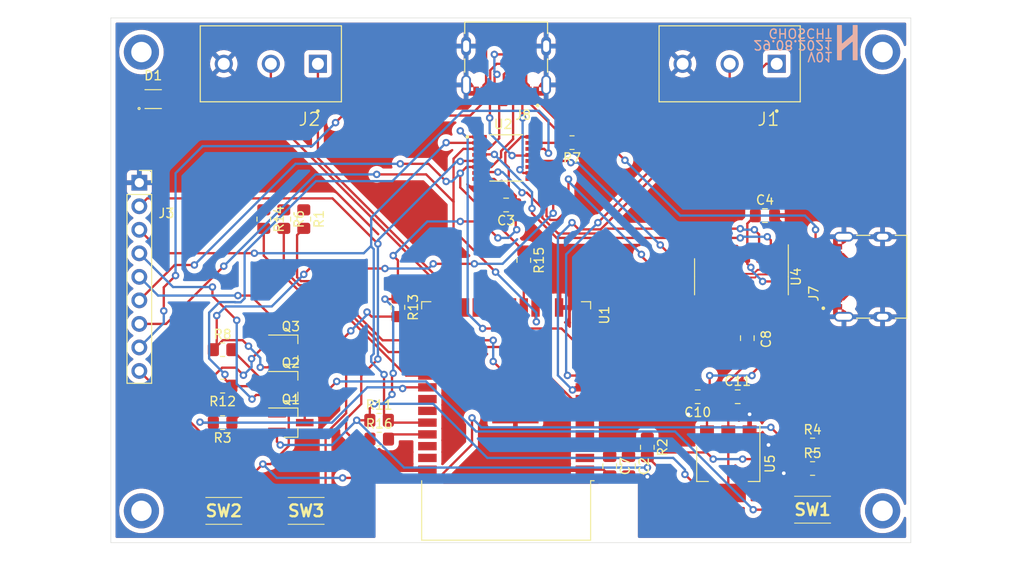
<source format=kicad_pcb>
(kicad_pcb (version 20211014) (generator pcbnew)

  (general
    (thickness 1.6)
  )

  (paper "A4")
  (title_block
    (title "Control")
    (date "2021-08-29")
    (rev "v01")
    (comment 4 "Author: GHOSCHT")
  )

  (layers
    (0 "F.Cu" signal)
    (31 "B.Cu" signal)
    (32 "B.Adhes" user "B.Adhesive")
    (33 "F.Adhes" user "F.Adhesive")
    (34 "B.Paste" user)
    (35 "F.Paste" user)
    (36 "B.SilkS" user "B.Silkscreen")
    (37 "F.SilkS" user "F.Silkscreen")
    (38 "B.Mask" user)
    (39 "F.Mask" user)
    (40 "Dwgs.User" user "User.Drawings")
    (41 "Cmts.User" user "User.Comments")
    (42 "Eco1.User" user "User.Eco1")
    (43 "Eco2.User" user "User.Eco2")
    (44 "Edge.Cuts" user)
    (45 "Margin" user)
    (46 "B.CrtYd" user "B.Courtyard")
    (47 "F.CrtYd" user "F.Courtyard")
    (48 "B.Fab" user)
    (49 "F.Fab" user)
  )

  (setup
    (pad_to_mask_clearance 0)
    (pcbplotparams
      (layerselection 0x00010fc_ffffffff)
      (disableapertmacros false)
      (usegerberextensions true)
      (usegerberattributes true)
      (usegerberadvancedattributes true)
      (creategerberjobfile true)
      (svguseinch false)
      (svgprecision 6)
      (excludeedgelayer true)
      (plotframeref false)
      (viasonmask false)
      (mode 1)
      (useauxorigin false)
      (hpglpennumber 1)
      (hpglpenspeed 20)
      (hpglpendiameter 15.000000)
      (dxfpolygonmode true)
      (dxfimperialunits true)
      (dxfusepcbnewfont true)
      (psnegative false)
      (psa4output false)
      (plotreference true)
      (plotvalue true)
      (plotinvisibletext false)
      (sketchpadsonfab false)
      (subtractmaskfromsilk true)
      (outputformat 1)
      (mirror false)
      (drillshape 0)
      (scaleselection 1)
      (outputdirectory "Gerber/")
    )
  )

  (net 0 "")
  (net 1 "VDD")
  (net 2 "GND")
  (net 3 "MUXDTR")
  (net 4 "VCC")
  (net 5 "Net-(D1-Pad2)")
  (net 6 "Net-(D1-Pad1)")
  (net 7 "Net-(D1-Pad3)")
  (net 8 "RX")
  (net 9 "TX")
  (net 10 "EN")
  (net 11 "BOOT")
  (net 12 "unconnected-(J7-PadA5)")
  (net 13 "unconnected-(J7-PadB8)")
  (net 14 "unconnected-(J7-PadA8)")
  (net 15 "unconnected-(J7-PadB5)")
  (net 16 "EXTRTS")
  (net 17 "EXTDTR")
  (net 18 "Net-(Q2-Pad1)")
  (net 19 "SIG1A")
  (net 20 "SIG1B")
  (net 21 "D+")
  (net 22 "D-")
  (net 23 "SIG2A")
  (net 24 "SIG2B")
  (net 25 "RTS")
  (net 26 "Net-(Q3-Pad1)")
  (net 27 "EXTRX")
  (net 28 "EXTTX")
  (net 29 "DTR")
  (net 30 "LEDR")
  (net 31 "STOPRST")
  (net 32 "Net-(Q1-Pad1)")
  (net 33 "LEDG")
  (net 34 "LEDB")
  (net 35 "MUXRX")
  (net 36 "Net-(R15-Pad2)")
  (net 37 "MUXTX")
  (net 38 "Net-(R16-Pad2)")
  (net 39 "unconnected-(U1-Pad4)")
  (net 40 "unconnected-(U1-Pad5)")
  (net 41 "unconnected-(U1-Pad10)")
  (net 42 "unconnected-(U1-Pad11)")
  (net 43 "MUX")
  (net 44 "unconnected-(U1-Pad13)")
  (net 45 "unconnected-(U1-Pad14)")
  (net 46 "unconnected-(U1-Pad16)")
  (net 47 "unconnected-(U1-Pad19)")
  (net 48 "Net-(Q1-Pad3)")
  (net 49 "unconnected-(U1-Pad20)")
  (net 50 "Net-(C8-Pad2)")
  (net 51 "unconnected-(U1-Pad21)")
  (net 52 "unconnected-(U1-Pad22)")
  (net 53 "unconnected-(U1-Pad23)")
  (net 54 "unconnected-(U1-Pad24)")
  (net 55 "unconnected-(U1-Pad26)")
  (net 56 "unconnected-(U1-Pad29)")
  (net 57 "unconnected-(U1-Pad32)")
  (net 58 "unconnected-(U1-Pad33)")
  (net 59 "unconnected-(U1-Pad36)")
  (net 60 "unconnected-(U1-Pad37)")
  (net 61 "Net-(R5-Pad2)")
  (net 62 "Net-(R7-Pad2)")
  (net 63 "MUXRTS")
  (net 64 "unconnected-(U4-Pad7)")
  (net 65 "unconnected-(U4-Pad8)")
  (net 66 "unconnected-(U4-Pad9)")
  (net 67 "unconnected-(U4-Pad10)")
  (net 68 "unconnected-(U4-Pad11)")
  (net 69 "unconnected-(U4-Pad12)")
  (net 70 "unconnected-(U4-Pad15)")

  (footprint "HRO_TYPE-C-31-M-12:HRO_TYPE-C-31-M-12" (layer "F.Cu") (at 187.96 101.727 90))

  (footprint "Resistor_SMD:R_0805_2012Metric_Pad1.20x1.40mm_HandSolder" (layer "F.Cu") (at 180.399 119.888))

  (footprint "Package_TO_SOT_SMD:SOT-23_Handsoldering" (layer "F.Cu") (at 124.079 117.475))

  (footprint "Resistor_SMD:R_0805_2012Metric_Pad1.20x1.40mm_HandSolder" (layer "F.Cu") (at 116.713 117.475 180))

  (footprint "Resistor_SMD:R_0805_2012Metric_Pad1.20x1.40mm_HandSolder" (layer "F.Cu") (at 180.399 122.428))

  (footprint "SKRKAEE020:SKRKAEE020" (layer "F.Cu") (at 180.399 126.873))

  (footprint "SKRKAEE020:SKRKAEE020" (layer "F.Cu") (at 116.84 127))

  (footprint "HRO_TYPE-C-31-M-12:HRO_TYPE-C-31-M-12" (layer "F.Cu") (at 147.32 76.835 180))

  (footprint "Package_SO:SOIC-16_3.9x9.9mm_P1.27mm" (layer "F.Cu") (at 172.72 101.727 -90))

  (footprint "Capacitor_SMD:C_0805_2012Metric_Pad1.18x1.45mm_HandSolder" (layer "F.Cu") (at 173.355 108.3525 90))

  (footprint "Resistor_SMD:R_0805_2012Metric_Pad1.20x1.40mm_HandSolder" (layer "F.Cu") (at 133.604 117.221))

  (footprint "CUI_TB006-508-03BE:CUI_TB006-508-03BE" (layer "F.Cu") (at 127 78.74 180))

  (footprint "Resistor_SMD:R_0805_2012Metric_Pad1.20x1.40mm_HandSolder" (layer "F.Cu") (at 162.56 120.142 -90))

  (footprint "CUI_TB006-508-03BE:CUI_TB006-508-03BE" (layer "F.Cu") (at 176.53 78.74 180))

  (footprint "Capacitor_SMD:C_0805_2012Metric_Pad1.18x1.45mm_HandSolder" (layer "F.Cu") (at 160.528 122.174 -90))

  (footprint "Resistor_SMD:R_0805_2012Metric_Pad1.20x1.40mm_HandSolder" (layer "F.Cu") (at 154.432 87.249 180))

  (footprint "RF_Module:ESP32-WROOM-32" (layer "F.Cu") (at 147.32 114.3 180))

  (footprint "MountingHole:MountingHole_2.2mm_M2_ISO14580_Pad" (layer "F.Cu") (at 187.96 77.47))

  (footprint "Resistor_SMD:R_0805_2012Metric_Pad1.20x1.40mm_HandSolder" (layer "F.Cu") (at 121.158 95.504 -90))

  (footprint "Package_TO_SOT_SMD:SOT-223-3_TabPin2" (layer "F.Cu") (at 171.3015 121.92 -90))

  (footprint "Resistor_SMD:R_0805_2012Metric_Pad1.20x1.40mm_HandSolder" (layer "F.Cu") (at 149.225 99.949 -90))

  (footprint "MountingHole:MountingHole_2.2mm_M2_ISO14580_Pad" (layer "F.Cu") (at 107.95 127))

  (footprint "CD74HC4053PWR:SOP65P640X120-16N" (layer "F.Cu") (at 147.32 88.9))

  (footprint "Capacitor_SMD:C_0805_2012Metric_Pad1.18x1.45mm_HandSolder" (layer "F.Cu") (at 167.9995 114.681 180))

  (footprint "TJ-S1615CY6TGLCCSRGB-A5:TJ-S1615CY6TGLCCSRGB-A5" (layer "F.Cu") (at 109.22 82.55))

  (footprint "Resistor_SMD:R_0805_2012Metric_Pad1.20x1.40mm_HandSolder" (layer "F.Cu") (at 116.713 113.538 180))

  (footprint "Capacitor_SMD:C_0805_2012Metric_Pad1.18x1.45mm_HandSolder" (layer "F.Cu") (at 158.496 122.174 -90))

  (footprint "Resistor_SMD:R_0805_2012Metric_Pad1.20x1.40mm_HandSolder" (layer "F.Cu") (at 135.636 105.029 -90))

  (footprint "Capacitor_SMD:C_0805_2012Metric_Pad1.18x1.45mm_HandSolder" (layer "F.Cu") (at 147.32 93.98 180))

  (footprint "Capacitor_SMD:C_0805_2012Metric_Pad1.18x1.45mm_HandSolder" (layer "F.Cu") (at 172.3175 114.681))

  (footprint "Connector_PinSocket_2.54mm:PinSocket_1x09_P2.54mm_Vertical" (layer "F.Cu") (at 107.721 91.577))

  (footprint "Capacitor_SMD:C_0805_2012Metric_Pad1.18x1.45mm_HandSolder" (layer "F.Cu") (at 175.26 95.123))

  (footprint "MountingHole:MountingHole_2.2mm_M2_ISO14580_Pad" (layer "F.Cu") (at 187.96 127))

  (footprint "Package_TO_SOT_SMD:SOT-23_Handsoldering" (layer "F.Cu") (at 124.079 109.601))

  (footprint "Package_TO_SOT_SMD:SOT-23_Handsoldering" (layer "F.Cu") (at 124.079 113.538))

  (footprint "Resistor_SMD:R_0805_2012Metric_Pad1.20x1.40mm_HandSolder" (layer "F.Cu") (at 133.62 119.253))

  (footprint "Resistor_SMD:R_0805_2012Metric_Pad1.20x1.40mm_HandSolder" (layer "F.Cu") (at 123.317 95.504 -90))

  (footprint "Resistor_SMD:R_0805_2012Metric_Pad1.20x1.40mm_HandSolder" (layer "F.Cu") (at 125.476 95.504 -90))

  (footprint "MountingHole:MountingHole_2.2mm_M2_ISO14580_Pad" (layer "F.Cu") (at 107.95 77.47))

  (footprint "Resistor_SMD:R_0805_2012Metric_Pad1.20x1.40mm_HandSolder" (layer "F.Cu") (at 116.713 109.601))

  (footprint "SKRKAEE020:SKRKAEE020" (layer "F.Cu") (at 125.73 127 180))

  (footprint "logo:logo" (layer "B.Cu") (at 184.15 76.454 180))

  (gr_line (start 104.648 130.429) (end 191.008 130.429) (layer "Edge.Cuts") (width 0.05) (tstamp 00000000-0000-0000-0000-0000612be863))
  (gr_line (start 191.008 73.787) (end 104.648 73.787) (layer "Edge.Cuts") (width 0.05) (tstamp 27cb800c-91f2-4581-a3df-283140f8de7a))
  (gr_line (start 191.008 73.787) (end 191.008 130.429) (layer "Edge.Cuts") (width 0.05) (tstamp 8e2e528c-9fd7-4d33-b2f6-50348f1f17ab))
  (gr_line (start 104.648 73.787) (end 104.648 130.429) (layer "Edge.Cuts") (width 0.05) (tstamp c1dde370-6c97-4cf2-912e-7f65fb9cb8a0))
  (gr_text "V01" (at 181.229 77.978 180) (layer "B.SilkS") (tstamp 0bdb31bb-e7b5-4ded-9a42-2efeb7aa1eac)
    (effects (font (size 1 1) (thickness 0.15)) (justify mirror))
  )
  (gr_text "GHOSCHT" (at 179.07 75.438 180) (layer "B.SilkS") (tstamp 2923ebe6-b266-428c-b7d5-56fe4ec64f67)
    (effects (font (size 1 1) (thickness 0.15)) (justify mirror))
  )
  (gr_text "29.08.2021" (at 178.308 76.708 180) (layer "B.SilkS") (tstamp aa17e972-073e-46ab-870d-59e31e60c64c)
    (effects (font (size 1 1) (thickness 0.15)) (justify mirror))
  )

  (segment (start 176.53 102.235) (end 177.165 102.87) (width 0.25) (layer "F.Cu") (net 1) (tstamp 0772fd48-5bc3-4da8-9b0d-ccf6209591d0))
  (segment (start 134.239 104.14) (end 135.525 104.14) (width 0.25) (layer "F.Cu") (net 1) (tstamp 09539c11-3ba5-4276-b948-a5382bb78908))
  (segment (start 173.355 99.252) (end 173.355 100.33) (width 0.25) (layer "F.Cu") (net 1) (tstamp 0a9c7f15-aa9f-4a0a-b05c-3fc15e0d0978))
  (segment (start 173.355 99.252) (end 173.355 95.9905) (width 0.25) (layer "F.Cu") (net 1) (tstamp 0b3fd315-37ba-42d0-8b56-30a8f9dcf11b))
  (segment (start 171.28 113.089993) (end 171.28 114.681) (width 0.25) (layer "F.Cu") (net 1) (tstamp 0b7afe7a-ff88-44ea-ac05-02dfa9d6276c))
  (segment (start 114.32352 118.49952) (end 122.50448 118.49952) (width 0.25) (layer "F.Cu") (net 1) (tstamp 0ceddf5b-010b-4f0e-9269-3bad7cb9d81b))
  (segment (start 148.3575 93.002698) (end 148.3575 93.98) (width 0.25) (layer "F.Cu") (net 1) (tstamp 1a749d4d-d750-4ef4-8ae3-8f732e4329d6))
  (segment (start 132.604 115.935) (end 133.096 115.443) (width 0.25) (layer "F.Cu") (net 1) (tstamp 1aece9cb-2b9d-4518-9f44-0ccc0cdea940))
  (segment (start 162.56 122.303569) (end 162.574027 122.317596) (width 0.25) (layer "F.Cu") (net 1) (tstamp 1ba25e51-decd-41d7-b19b-b2ab586c204c))
  (segment (start 135.001 114.427) (end 135.001 112.268) (width 0.25) (layer "F.Cu") (net 1) (tstamp 295b5c8a-7bd7-4591-ade0-3435507c03b4))
  (segment (start 122.579 118.425) (end 122.579 119.531) (width 0.25) (layer "F.Cu") (net 1) (tstamp 343cb678-90ca-4aff-af78-94cc88a75536))
  (segment (start 132.604 117.221) (end 131.191 117.221) (width 0.25) (layer "F.Cu") (net 1) (tstamp 345072f7-c29d-4b13-bb9b-df0230736cf0))
  (segment (start 171.3015 114.7025) (end 171.28 114.681) (width 0.25) (layer "F.Cu") (net 1) (tstamp 35c989e0-39e1-43ec-b239-d7e1dcb0c7f0))
  (segment (start 162.56 121.142) (end 162.56 122.303569) (width 0.25) (layer "F.Cu") (net 1) (tstamp 40840c3a-c337-4642-82f1-bbf967ef10a6))
  (segment (start 148.463 96.647) (end 148.3575 96.5415) (width 0.25) (layer "F.Cu") (net 1) (tstamp 418b02e3-6526-4cf0-82ea-c3c3238b2643))
  (segment (start 135.525 104.14) (end 135.636 104.029) (width 0.25) (layer "F.Cu") (net 1) (tstamp 427bd064-4fc8-407a-a475-7edd970c0697))
  (segment (start 144.653 95.758) (end 146.431 97.536) (width 0.25) (layer "F.Cu") (net 1) (tstamp 4ec9d43d-a546-4687-9474-3b0dd77d9b21))
  (segment (start 173.355 95.9905) (end 174.2225 95.123) (width 0.25) (layer "F.Cu") (net 1) (tstamp 5068ffea-401d-480b-be7d-45dcc507ba42))
  (segment (start 147.230499 89.563181) (end 147.605022 89.937704) (width 0.25) (layer "F.Cu") (net 1) (tstamp 50ef0067-b3a9-43c5-b537-d51ed6c443b2))
  (segment (start 162.417 121.285) (end 162.56 121.142) (width 0.25) (layer "F.Cu") (net 1) (tstamp 585653c5-22e7-4d7b-9b71-fb8ec0e14d9c))
  (segment (start 122.50448 118.49952) (end 122.579 118.425) (width 0.25) (layer "F.Cu") (net 1) (tstamp 58d3fcfb-bd84-4bf3-8b51-59e23982d9e7))
  (segment (start 147.605022 89.937704) (end 147.605022 92.25022) (width 0.25) (layer "F.Cu") (net 1) (tstamp 5e950593-e787-492f-8b7c-8f547d7dba36))
  (segment (start 173.355 100.33) (end 173.736 100.711) (width 0.25) (layer "F.Cu") (net 1) (tstamp 6744e999-2a5e-48b8-9441-51aa812e68d7))
  (segment (start 171.3015 118.77) (end 171.3015 114.7025) (width 0.25) (layer "F.Cu") (net 1) (tstamp 6a1c6a39-a320-48b7-bab4-cc1192b1ccdd))
  (segment (start 177.165 104.202) (end 177.165 107.204993) (width 0.25) (layer "F.Cu") (net 1) (tstamp 73c11c9b-605e-4462-916a-83ee7cabbb43))
  (segment (start 173.355 99.252) (end 173.355 99.628072) (width 0.25) (layer "F.Cu") (net 1) (tstamp 7ba12f4a-ec6d-468c-99a1-51f405e6fc04))
  (segment (start 158.3475 121.285) (end 158.496 121.1365) (width 0.25) (layer "F.Cu") (net 1) (tstamp 7e475ffe-a64d-4cb1-820d-307b1df0149b))
  (segment (start 171.3015 125.07) (end 171.3015 118.77) (width 0.25) (layer "F.Cu") (net 1) (tstamp 94577e12-7b64-44c8-b56e-7cfead54a3c0))
  (segment (start 148.9514 86.625) (end 147.230499 88.345901) (width 0.25) (layer "F.Cu") (net 1) (tstamp 9ce3bc21-a5b6-49f5-b629-dc32c558e229))
  (segment (start 107.721 111.897) (end 114.32352 118.49952) (width 0.25) (layer "F.Cu") (net 1) (tstamp 9e1b2541-b67f-4b5e-bd09-efd5a0086134))
  (segment (start 147.230499 88.345901) (end 147.230499 89.563181) (width 0.25) (layer "F.Cu") (net 1) (tstamp 9f693ee3-ffa9-44a2-84e0-ac72d6dbe1a3))
  (segment (start 168.631 125.07) (end 171.3015 125.07) (width 0.25) (layer "F.Cu") (net 1) (tstamp a3072ae1-ed83-4f33-945e-0faa9a355cd9))
  (segment (start 160.3795 121.285) (end 160.528 121.1365) (width 0.25) (layer "F.Cu") (net 1) (tstamp af438183-42bf-4f00-95bd-83cb89f716bf))
  (segment (start 122.579 119.531) (end 122.936 119.888) (width 0.25) (layer "F.Cu") (net 1) (tstamp b34bf608-3625-42a2-9d34-609708d3b8fe))
  (segment (start 148.3575 96.5415) (end 148.3575 93.98) (width 0.25) (layer "F.Cu") (net 1) (tstamp b3668f36-2753-47f4-9a49-876054e09a6f))
  (segment (start 177.165 102.87) (end 177.165 104.202) (width 0.25) (layer "F.Cu") (net 1) (tstamp b52c907b-8b3f-4ef5-87d2-50ffb8fd7ffc))
  (segment (start 177.165 107.204993) (end 171.28 113.089993) (width 0.25) (layer "F.Cu") (net 1) (tstamp b57cd337-be8b-4f7a-a766-04c16dc178dd))
  (segment (start 166.624 123.063) (end 168.631 125.07) (width 0.25) (layer "F.Cu") (net 1) (tstamp b8994439-f905-486b-a09a-92ac5c78d058))
  (segment (start 150.19 86.625) (end 148.9514 86.625) (width 0.25) (layer "F.Cu") (net 1) (tstamp cc753394-79ea-4b53-a8af-a1bf7d53b10f))
  (segment (start 135.636 104.029) (end 135.636 99.949) (width 0.25) (layer "F.Cu") (net 1) (tstamp cff3efef-0f8f-4180-b13e-7b9f6aaf6281))
  (segment (start 135.636 99.949) (end 135.128 99.441) (width 0.25) (layer "F.Cu") (net 1) (tstamp d5eef11e-fe21-4235-bc85-2c8920677f98))
  (segment (start 132.604 117.221) (end 132.604 115.935) (width 0.25) (layer "F.Cu") (net 1) (tstamp d65d2812-1361-43d8-8287-3dd1106c2248))
  (segment (start 135.001 112.268) (end 135.128 112.141) (width 0.25) (layer "F.Cu") (net 1) (tstamp d752649f-8867-4a3d-b289-6187db024c75))
  (segment (start 175.006 102.235) (end 176.53 102.235) (width 0.25) (layer "F.Cu") (net 1) (tstamp da40ea85-accb-4afa-806b-e4833abeed1e))
  (segment (start 147.605022 92.25022) (end 148.3575 93.002698) (width 0.25) (layer "F.Cu") (net 1) (tstamp defb4790-822e-406a-886d-2dccfcf9a195))
  (segment (start 166.488 125.07) (end 171.3015 125.07) (width 0.25) (layer "F.Cu") (net 1) (tstamp dfcc44e6-66e9-4833-ab3a-cf321b167f99))
  (segment (start 142.367 95.758) (end 144.653 95.758) (width 0.25) (layer "F.Cu") (net 1) (tstamp e90ee953-5405-4a9d-af65-8a627a5e9c27))
  (segment (start 155.82 121.285) (end 162.417 121.285) (width 0.25) (layer "F.Cu") (net 1) (tstamp eebd6bcd-d38b-41a3-be37-17ab9bba9c94))
  (segment (start 162.56 121.142) (end 166.488 125.07) (width 0.25) (layer "F.Cu") (net 1) (tstamp f040acb9-c12e-4982-b2c7-91a4175db405))
  (via (at 166.624 123.063) (size 0.8) (drill 0.4) (layers "F.Cu" "B.Cu") (net 1) (tstamp 062b7267-dd0d-4fa2-90b3-f30d0a45ad2c))
  (via (at 133.096 115.443) (size 0.8) (drill 0.4) (layers "F.Cu" "B.Cu") (net 1) (tstamp 2021f175-0a66-43bc-8c54-3b3b783c01d1))
  (via (at 173.736 100.711) (size 0.8) (drill 0.4) (layers "F.Cu" "B.Cu") (net 1) (tstamp 232054d8-fe51-4f6e-b84d-2bc2bf4f3aa0))
  (via (at 142.367 95.758) (size 0.8) (drill 0.4) (layers "F.Cu" "B.Cu") (net 1) (tstamp 4501db26-2488-4db9-af45-4b3467011c80))
  (via (at 134.239 104.14) (size 0.8) (drill 0.4) (layers "F.Cu" "B.Cu") (net 1) (tstamp 492b4325-719b-4029-8f69-57186437ff7d))
  (via (at 135.128 99.441) (size 0.8) (drill 0.4) (layers "F.Cu" "B.Cu") (net 1) (tstamp 6221b4e6-9140-4049-861c-0eafd26316ba))
  (via (at 148.463 96.647) (size 0.8) (drill 0.4) (layers "F.Cu" "B.Cu") (net 1) (tstamp 6cb093cc-353e-4b67-8094-551608dc1e7e))
  (via (at 162.574027 122.317596) (size 0.8) (drill 0.4) (layers "F.Cu" "B.Cu") (net 1) (tstamp 89da002b-1c6b-4f22-a7ad-bcf65f82819e))
  (via (at 135.001 114.427) (size 0.8) (drill 0.4) (layers "F.Cu" "B.Cu") (net 1) (tstamp 9cb21eb4-986e-4d26-9147-63d29d7c7b73))
  (via (at 135.128 112.141) (size 0.8) (drill 0.4) (layers "F.Cu" "B.Cu") (net 1) (tstamp bfbdec1c-3f00-4e3f-a960-a05ea99d5c95))
  (via (at 146.431 97.536) (size 0.8) (drill 0.4) (layers "F.Cu" "B.Cu") (net 1) (tstamp c4676c82-8be7-43c7-ade8-7271cc2a881f))
  (via (at 175.006 102.235) (size 0.8) (drill 0.4) (layers "F.Cu" "B.Cu") (net 1) (tstamp d5eae238-2bf7-49b2-a399-fc40f0683f3a))
  (via (at 122.936 119.888) (size 0.8) (drill 0.4) (layers "F.Cu" "B.Cu") (net 1) (tstamp dc544e89-32c3-4445-98c2-04b3b91d6685))
  (via (at 131.191 117.221) (size 0.8) (drill 0.4) (layers "F.Cu" "B.Cu") (net 1) (tstamp fb89ad61-c608-4886-acc7-50d84b02865b))
  (segment (start 131.191 117.221) (end 136.297543 122.327543) (width 0.25) (layer "B.Cu") (net 1) (tstamp 09510aad-744d-4e76-84e6-9e7d678cbe82))
  (segment (start 145.288 121.285) (end 165.354 121.285) (width 0.25) (layer "B.Cu") (net 1) (tstamp 0a647962-4c56-4172-be0a-4f9de1603a5c))
  (segment (start 122.936 119.888) (end 128.524 119.888) (width 0.25) (layer "B.Cu") (net 1) (tstamp 0dadc6cf-eb96-4951-85e9-e0c787c3fdfc))
  (segment (start 136.297543 122.327543) (end 162.56408 122.327543) (width 0.25) (layer "B.Cu") (net 1) (tstamp 1458f440-8773-4375-a788-3dacc7873cb6))
  (segment (start 173.736 100.965) (end 175.006 102.235) (width 0.25) (layer "B.Cu") (net 1) (tstamp 1a060c41-e347-43d0-be76-cda6be6fabdb))
  (segment (start 162.56408 122.327543) (end 162.574027 122.317596) (width 0.25) (layer "B.Cu") (net 1) (tstamp 1b88db39-08c0-4e9a-928c-64d2b65e8f13))
  (segment (start 146.431 97.536) (end 147.574 97.536) (width 0.25) (layer "B.Cu") (net 1) (tstamp 2198910c-e4cf-47f8-bf8f-cbbbc3478ac3))
  (segment (start 139.446 115.443) (end 144.526 120.523) (width 0.25) (layer "B.Cu") (net 1) (tstamp 27203a8d-4795-4d80-929b-a10d6b0b87c6))
  (segment (start 144.526 120.523) (end 145.288 121.285) (width 0.25) (layer "B.Cu") (net 1) (tstamp 2e1e1f54-ac82-4b74-8011-4d33c5b18bfe))
  (segment (start 135.128 112.141) (end 135.128 105.029) (width 0.25) (layer "B.Cu") (net 1) (tstamp 3186f461-6363-44b7-a33a-33bed59e4434))
  (segment (start 147.574 97.536) (end 148.463 96.647) (width 0.25) (layer "B.Cu") (net 1) (tstamp 40ac8635-5d7f-4583-b6fb-cb9e6af80bde))
  (segment (start 166.624 122.555) (end 166.624 123.063) (width 0.25) (layer "B.Cu") (net 1) (tstamp 482fa3fa-152a-46d2-a358-e6e5456679f0))
  (segment (start 138.811 95.758) (end 142.367 95.758) (width 0.25) (layer "B.Cu") (net 1) (tstamp 4c613a89-ac24-4a04-a084-f9e352b15c0b))
  (segment (start 133.096 115.443) (end 139.446 115.443) (width 0.25) (layer "B.Cu") (net 1) (tstamp 4dc71bd7-9ba5-4dfe-813d-719e0bd29d51))
  (segment (start 173.736 100.711) (end 173.736 100.965) (width 0.25) (layer "B.Cu") (net 1) (tstamp 7b186dc8-e40f-4e57-b661-81bd77a787b0))
  (segment (start 133.096 115.443) (end 133.985 115.443) (width 0.25) (layer "B.Cu") (net 1) (tstamp 7b1c8056-d92e-4fa6-97c4-e749f8a138eb))
  (segment (start 128.524 119.888) (end 131.191 117.221) (width 0.25) (layer "B.Cu") (net 1) (tstamp 7fb664a2-82a3-4290-b696-2187d2a43efa))
  (segment (start 135.128 105.029) (end 134.239 104.14) (width 0.25) (layer "B.Cu") (net 1) (tstamp 815965e0-40fa-4af4-8276-781b56064ceb))
  (segment (start 135.128 99.441) (end 138.811 95.758) (width 0.25) (layer "B.Cu") (net 1) (tstamp b3861277-460b-459f-9615-f77724548773))
  (segment (start 133.985 115.443) (end 135.001 114.427) (width 0.25) (layer "B.Cu") (net 1) (tstamp c1e67729-27c7-45dc-869e-f9df84ca8004))
  (segment (start 165.354 121.285) (end 166.624 122.555) (width 0.25) (layer "B.Cu") (net 1) (tstamp cdb135f7-4bd2-40de-96dd-3dff49867a2d))
  (segment (start 166.962 114.681) (end 166.962 116.5645) (width 0.25) (layer "F.Cu") (net 2) (tstamp 1b1a26fb-eea8-4963-98ba-3cac0a0e7699))
  (segment (start 173.6015 118.77) (end 173.6015 116.572) (width 0.25) (layer "F.Cu") (net 2) (tstamp 22dd4885-f793-41fd-ba84-9e4b22514ffd))
  (segment (start 173.6015 116.572) (end 173.6015 114.9275) (width 0.25) (layer "F.Cu") (net 2) (tstamp 24d69e87-630c-4724-b73d-b9e4caa64bc0))
  (segment (start 162.4545 123.2115) (end 162.56 123.317) (width 0.25) (layer "F.Cu") (net 2) (tstamp 3341f917-00e9-4810-94f3-96deafe06e46))
  (segment (start 173.6015 118.77) (end 174.523 118.77) (width 0.25) (layer "F.Cu") (net 2) (tstamp 4fa34a99-9ad0-40fe-b35b-ef05b125c097))
  (segment (start 176.2975 95.123) (end 177.165 95.9905) (width 0.25) (layer "F.Cu") (net 2) (tstamp 5113a62a-daec-470b-a57d-52848c897cce))
  (segment (start 157.8395 122.555) (end 158.496 123.2115) (width 0.25) (layer "F.Cu") (net 2) (tstamp 59e48bd4-8c69-4be4-8845-3a9b411cbd7a))
  (segment (start 146.2825 93.98) (end 146.2825 91.4185) (width 0.25) (layer "F.Cu") (net 2) (tstamp 725aa646-07f4-41a4-87d7-9ecbdefef9f2))
  (segment (start 160.528 123.2115) (end 162.4545 123.2115) (width 0.25) (layer "F.Cu") (net 2) (tstamp 73ad6bf0-ec84-4d6c-b16b-9e75d276023d))
  (segment (start 178.891 122.936) (end 179.399 122.428) (width 0.25) (layer "F.Cu") (net 2) (tstamp 7ad25299-91f9-411e-a806-ef030c3fa5ee))
  (segment (start 166.962 116.5645) (end 166.9835 116.586) (width 0.25) (layer "F.Cu") (net 2) (tstamp 8d9d6cc8-1df0-4396-b630-452cd78f693c))
  (segment (start 158.496 123.2115) (end 160.528 123.2115) (width 0.25) (layer "F.Cu") (net 2) (tstamp a8d0cb69-2c4b-4754-99f8-fc8a779a0974))
  (segment (start 146.2825 91.4185) (end 146.039 91.175) (width 0.25) (layer "F.Cu") (net 2) (tstamp b074f8cd-fad1-46b9-932c-c465284afbb1))
  (segment (start 146.039 91.175) (end 144.45 91.175) (width 0.25) (layer "F.Cu") (net 2) (tstamp b3681630-b389-486a-b9d4-90e531d3386b))
  (segment (start 177.292 122.936) (end 178.891 122.936) (width 0.25) (layer "F.Cu") (net 2) (tstamp b7c4e718-e9fc-41f2-9dde-a81edcc7f4a8))
  (segment (start 174.523 118.77) (end 175.641 119.888) (width 0.25) (layer "F.Cu") (net 2) (tstamp c01a7fa2-f6d9-4011-84aa-912ba0204808))
  (segment (start 177.165 95.9905) (end 177.165 99.252) (width 0.25) (layer "F.Cu") (net 2) (tstamp c0662c31-007e-4a59-9a39-643b26e05f6a))
  (segment (start 155.82 122.555) (end 157.8395 122.555) (width 0.25) (layer "F.Cu") (net 2) (tstamp cb6740b8-549b-4a6a-8a21-34c650e4454b))
  (segment (start 173.6015 114.9275) (end 173.355 114.681) (width 0.25) (layer "F.Cu") (net 2) (tstamp ceff2bb7-36a6-4e42-aa95-a1cec1a60fac))
  (via (at 173.6015 116.572) (size 0.8) (drill 0.4) (layers "F.Cu" "B.Cu") (net 2) (tstamp 4b7111c5-fe81-4118-b1e4-c4d052eff531))
  (via (at 162.56 123.317) (size 0.8) (drill 0.4) (layers "F.Cu" "B.Cu") (net 2) (tstamp 5d2bd8b0-5cab-45cd-94be-9e46fce1ebdf))
  (via (at 177.292 122.936) (size 0.8) (drill 0.4) (layers "F.Cu" "B.Cu") (net 2) (tstamp cc7203da-a79f-4b15-b87e-565d408b2693))
  (via (at 166.9835 116.586) (size 0.8) (drill 0.4) (layers "F.Cu" "B.Cu") (net 2) (tstamp dc882d02-3cc4-472e-953a-e876b227b064))
  (via (at 175.641 119.888) (size 0.8) (drill 0.4) (layers "F.Cu" "B.Cu") (net 2) (tstamp f4c05903-6605-4c59-ad49-bc9b4a305eef))
  (segment (start 177.292 121.539) (end 177.292 122.936) (width 0.25) (layer "B.Cu") (net 2) (tstamp 0af4423f-526a-4566-a231-c799bbcf3554))
  (segment (start 173.5875 116.586) (end 173.6015 116.572) (width 0.25) (layer "B.Cu") (net 2) (tstamp 4acd1988-a84c-4fb0-9206-61ba33a2c8cf))
  (segment (start 175.641 119.888) (end 177.292 121.539) (width 0.25) (layer "B.Cu") (net 2) (tstamp d221c8f4-d085-4b97-97ff-586e683055df))
  (segment (start 166.9835 116.586) (end 173.5875 116.586) (width 0.25) (layer "B.Cu") (net 2) (tstamp efe235e4-df1a-4e7e-a7e1-ee59b8d2a127))
  (segment (start 173.355 109.39) (end 171.816928 109.39) (width 0.25) (layer "F.Cu") (net 3) (tstamp 1c3898c9-3ac5-4d44-b9d9-c1020fe387a4))
  (segment (start 171.816928 109.39) (end 161.925 99.498072) (width 0.25) (layer "F.Cu") (net 3) (tstamp 21bfb576-c1af-4d62-81a8-6e7add502321))
  (segment (start 152.099901 95.593501) (end 151.675499 95.169099) (width 0.25) (layer "F.Cu") (net 3) (tstamp 470d1942-5b9b-4342-843d-aef6b12b04ae))
  (segment (start 151.675499 92.660499) (end 150.19 91.175) (width 0.25) (layer "F.Cu") (net 3) (tstamp 50e6951e-070a-4712-8d51-d68f34bd0479))
  (segment (start 151.675499 95.169099) (end 151.675499 92.660499) (width 0.25) (layer "F.Cu") (net 3) (tstamp 7180e7ea-9ace-46a6-9015-3c87fe6a25bb))
  (segment (start 154.051 91.186) (end 154.051 94.3696) (width 0.25) (layer "F.Cu") (net 3) (tstamp 95a326cc-494d-424f-9e30-10f61f7db13d))
  (segment (start 161.925 99.498072) (end 161.925 99.314) (width 0.25) (layer "F.Cu") (net 3) (tstamp c1f79773-ba42-4db4-84ff-a5f20356e84d))
  (segment (start 154.051 94.3696) (end 152.827099 95.593501) (width 0.25) (layer "F.Cu") (net 3) (tstamp dd76bfe3-6145-471a-a6e2-f667ce6b2608))
  (segment (start 152.827099 95.593501) (end 152.099901 95.593501) (width 0.25) (layer "F.Cu") (net 3) (tstamp ffb2000e-84fc-40fb-a847-21f7a641599d))
  (via (at 161.925 99.314) (size 0.8) (drill 0.4) (layers "F.Cu" "B.Cu") (net 3) (tstamp 298c1273-0262-4481-88f4-f395c24d986b))
  (via (at 154.051 91.186) (size 0.8) (drill 0.4) (layers "F.Cu" "B.Cu") (net 3) (tstamp 2ba2cf8b-7e8c-4592-aac0-8187924a8897))
  (segment (start 161.925 99.314) (end 154.051 91.44) (width 0.25) (layer "B.Cu") (net 3) (tstamp 3a3a4e13-c3e9-4ddd-ad75-8f0424005dd2))
  (segment (start 154.051 91.44) (end 154.051 91.186) (width 0.25) (layer "B.Cu") (net 3) (tstamp 443e0251-73ce-467c-b489-27f0a14fe129))
  (segment (start 149.485479 76.968479) (end 149.485479 80.785108) (width 0.25) (layer "F.Cu") (net 4) (tstamp 13f83cd7-de8f-485c-be0e-4b54fafcde0e))
  (segment (start 183.725371 104.177) (end 185.039 102.863371) (width 0.25) (layer "F.Cu") (net 4) (tstamp 159a00be-8b01-4939-8a20-1270111fc2a9))
  (segment (start 182.865 99.277) (end 183.689022 99.277) (width 0.25) (layer "F.Cu") (net 4) (tstamp 1db97cd5-a9c7-49d5-ac3c-31561c13d7ce))
  (segment (start 169.0015 114.7165) (end 169.037 114.681) (width 0.25) (layer "F.Cu") (net 4) (tstamp 22cdb84e-9808-4f6e-9d3c-ec737dff4006))
  (segment (start 149.77 82.905) (end 153.08948 86.22448) (width 0.25) (layer "F.Cu") (net 4) (tstamp 24a583aa-0f30-44d0-a9a2-5b4656a97115))
  (segment (start 182.865 104.177) (end 181.89 104.177) (width 0.25) (layer "F.Cu") (net 4) (tstamp 31f68ee2-e0c7-40c5-a039-bf6aa69b083c))
  (segment (start 129.667 84.328) (end 128.905 85.09) (width 0.25) (layer "F.Cu") (net 4) (tstamp 44f325b7-2434-46be-9c68-c124715d1134))
  (segment (start 182.865 104.177) (end 183.725371 104.177) (width 0.25) (layer "F.Cu") (net 4) (tstamp 52f7eda6-fd5b-45d7-8bb2-d7202850821c))
  (segment (start 169.0015 118.77) (end 169.0015 114.7165) (width 0.25) (layer "F.Cu") (net 4) (tstamp 576f94d2-86cc-4d8a-b740-797c616fa01c))
  (segment (start 183.689022 99.277) (end 185.039 100.626978) (width 0.25) (layer "F.Cu") (net 4) (tstamp 60cf15eb-a9ee-40b5-89ae-b6a31cfc5fa6))
  (segment (start 185.039 102.863371) (end 185.039 101.219) (width 0.25) (layer "F.Cu") (net 4) (tstamp 676a8f69-db83-4e4e-bc79-7b0584db297e))
  (segment (start 144.87 82.905) (end 143.447 84.328) (width 0.25) (layer "F.Cu") (net 4) (tstamp 70619cc5-1c6f-48c2-9b10-232582f78a7c))
  (segment (start 169.291 114.427) (end 169.037 114.681) (width 0.25) (layer "F.Cu") (net 4) (tstamp 710596b1-3d67-433c-9052-07eb5c967758))
  (segment (start 169.291 112.395) (end 169.291 114.427) (width 0.25) (layer "F.Cu") (net 4) (tstamp 733fc3da-e9cc-4149-8c0f-4d1dbe4e5bed))
  (segment (start 185.039 100.626978) (end 185.039 101.219) (width 0.25) (layer "F.Cu") (net 4) (tstamp 739b332b-cf66-40c8-b6eb-859e1a1df42d))
  (segment (start 145.154521 77.095479) (end 145.796 76.454) (width 0.25) (layer "F.Cu") (net 4) (tstamp 7401f853-b4d1-48b8-bf29-a300484159fd))
  (segment (start 180.721 96.647) (end 180.721 98.108) (width 0.25) (layer "F.Cu") (net 4) (tstamp 8379ea4c-bb45-4960-a402-e6c9cfef45fc))
  (segment (start 149.77 81.069629) (end 149.77 81.93) (width 0.25) (layer "F.Cu") (net 4) (tstamp 8b1e5577-f512-4e17-9b8a-b8f5a598adf1))
  (segment (start 181.89 99.277) (end 182.865 99.277) (width 0.25) (layer "F.Cu") (net 4) (tstamp 8e0ead45-4c20-4b9c-b2c4-eb8d93c6147f))
  (segment (start 148.971 76.454) (end 149.485479 76.968479) (width 0.25) (layer "F.Cu") (net 4) (tstamp 8f17ef81-8651-4c75-93ec-537a207cd59c))
  (segment (start 144.87 81.069629) (end 145.154521 80.785108) (width 0.25) (layer "F.Cu") (net 4) (tstamp 98c6e729-5491-42d1-bdd1-3ad0b02fc0a5))
  (segment (start 173.863 112.204) (end 173.863 112.395) (width 0.25) (layer "F.Cu") (net 4) (tstamp 9a430b43-2369-45cf-bff2-2e8002afe0b9))
  (segment (start 180.721 98.108) (end 181.89 99.277) (width 0.25) (layer "F.Cu") (net 4) (tstamp 9ac7b8fa-9780-4cae-a1d2-c8642f09820a))
  (segment (start 129.794 84.328) (end 129.667 84.328) (width 0.25) (layer "F.Cu") (net 4) (tstamp a315dfc8-c11a-409b-bf85-1226d0fdb62e))
  (segment (start 110.363 102.87) (end 110.363 105.41) (width 0.25) (layer "F.Cu") (net 4) (tstamp acc25bff-a2ae-44d4-a22f-49eacdbb63fb))
  (segment (start 157.21748 86.22448) (end 160.147 89.154) (width 0.25) (layer "F.Cu") (net 4) (tstamp b58ed26e-a550-4162-b104-fafc9d6e8463))
  (segment (start 145.154521 80.785108) (end 145.154521 77.095479) (width 0.25) (layer "F.Cu") (net 4) (tstamp b67bd46e-8e27-46c9-a228-d31a75e65ca8))
  (segment (start 144.87 81.93) (end 144.87 81.069629) (width 0.25) (layer "F.Cu") (net 4) (tstamp bc05e958-067d-4f77-acb2-e677e3a4011e))
  (segment (start 181.89 104.177) (end 173.863 112.204) (width 0.25) (layer "F.Cu") (net 4) (tstamp bd0dd924-bb8c-42f1-8b45-50195b8253aa))
  (segment (start 153.08948 86.22448) (end 157.21748 86.22448) (width 0.25) (layer "F.Cu") (net 4) (tstamp bd144e47-ee69-44af-b18f-c084705fecea))
  (segment (start 111.633 101.6) (end 110.363 102.87) (width 0.25) (layer "F.Cu") (net 4) (tstamp c00c5cdc-e2cb-4281-a355-ceb21eef17fe))
  (segment (start 149.485479 80.785108) (end 149.77 81.069629) (width 0.25) (layer "F.Cu") (net 4) (tstamp e51734af-6b81-493e-b1bd-f33ca2b4c493))
  (segment (start 149.77 81.93) (end 149.77 82.905) (width 0.25) (layer "F.Cu") (net 4) (tstamp ef53cd1c-7c4b-4540-835b-9e68e41635aa))
  (segment (start 143.447 84.328) (end 129.794 84.328) (width 0.25) (layer "F.Cu") (net 4) (tstamp f0926dee-6a22-4dc2-96fe-a98b3d49e4db))
  (segment (start 145.796 76.454) (end 148.971 76.454) (width 0.25) (layer "F.Cu") (net 4) (tstamp fa890843-4bc6-482b-8cad-eb7fdd6c27db))
  (segment (start 144.87 81.93) (end 144.87 82.905) (width 0.25) (layer "F.Cu") (net 4) (tstamp fcbcbf51-4bfb-4051-ac2b-1846cfb83bc7))
  (via (at 110.363 105.41) (size 0.8) (drill 0.4) (layers "F.Cu" "B.Cu") (net 4) (tstamp 142f234b-3d98-4c23-b6d9-45dbc8fd0e30))
  (via (at 180.721 96.647) (size 0.8) (drill 0.4) (layers "F.Cu" "B.Cu") (net 4) (tstamp 398d19a0-15b1-4e7d-a95e-e4313abdf981))
  (via (at 169.291 112.395) (size 0.8) (drill 0.4) (layers "F.Cu" "B.Cu") (net 4) (tstamp 71690529-582a-4b64-b701-7c03b26529f6))
  (via (at 111.633 101.6) (size 0.8) (drill 0.4) (layers "F.Cu" "B.Cu") (net 4) (tstamp b1bf5a46-770f-41db-b43c-ea6e83c7f178))
  (via (at 160.147 89.154) (size 0.8) (drill 0.4) (layers "F.Cu" "B.Cu") (net 4) (tstamp b789eadd-8dd4-46f8-af88-99bc532708cf))
  (via (at 128.905 85.09) (size 0.8) (drill 0.4) (layers "F.Cu" "B.Cu") (net 4) (tstamp de0d518c-fee4-4246-941c-762d667ba5e2))
  (via (at 173.863 112.395) (size 0.8) (drill 0.4) (layers "F.Cu" "B.Cu") (net 4) (tstamp e80f590a-3c5e-4e36-9608-631e254c1ff9))
  (segment (start 111.633 90.551) (end 111.633 101.6) (width 0.25) (layer "B.Cu") (net 4) (tstamp 0d98f8c6-9a2d-4e13-88bf-45c227c31044))
  (segment (start 166.116 95.123) (end 179.578 95.123) (width 0.25) (layer "B.Cu") (net 4) (tstamp 15416255-62e4-4a3e-bdbe-995c6ca7509c))
  (segment (start 110.363 106.715) (end 107.721 109.357) (width 0.25) (layer "B.Cu") (net 4) (tstamp 2af76883-c89e-4a64-88b6-2485649f3751))
  (segment (start 128.905 85.09) (end 126.365 87.63) (width 0.25) (layer "B.Cu") (net 4) (tstamp 60fa68c9-9b44-46d3-af28-f1511fbb8383))
  (segment (start 180.721 96.266) (end 180.721 96.647) (width 0.25) (layer "B.Cu") (net 4) (tstamp 66aea902-0d1b-4e4c-a66e-4346da4fffda))
  (segment (start 160.147 89.154) (end 166.116 95.123) (width 0.25) (layer "B.Cu") (net 4) (tstamp 8ee6e6d6-0399-4988-af28-f246ed41d41f))
  (segment (start 114.554 87.63) (end 111.633 90.551) (width 0.25) (layer "B.Cu") (net 4) (tstamp a8ec2c72-7335-4ea2-955a-dd8ebe35e032))
  (segment (start 179.578 95.123) (end 180.721 96.266) (width 0.25) (layer "B.Cu") (net 4) (tstamp b9c545d6-eeed-4035-bc2e-e594c40a185b))
  (segment (start 173.863 112.395) (end 169.291 112.395) (width 0.25) (layer "B.Cu") (net 4) (tstamp cd85df34-8f74-4fcf-bea1-22b89269999b))
  (segment (start 110.363 105.41) (end 110.363 106.715) (width 0.25) (layer "B.Cu") (net 4) (tstamp dfe63a93-e1f7-44dd-984a-f3e83f7320b9))
  (segment (start 126.365 87.63) (end 114.554 87.63) (width 0.25) (layer "B.Cu") (net 4) (tstamp e0121400-aaec-48a9-8278-0d49e20050ba))
  (segment (start 107.721 96.657) (end 110.251 99.187) (width 0.25) (layer "F.Cu") (net 8) (tstamp 1b86fae9-aab8-4158-9177-024dd8983974))
  (segment (start 140.869 87.275) (end 144.45 87.275) (width 0.25) (layer "F.Cu") (net 8) (tstamp 2cc38768-e3c0-4ce9-aa62-a462928e2cef))
  (segment (start 134.604 117.221) (end 134.138543 116.755543) (width 0.25) (layer "F.Cu") (net 8) (tstamp 659e9e22-4030-4777-9f7b-a56a065f09ef))
  (segment (start 138.82 117.475) (end 134.858 117.475) (width 0.25) (layer "F.Cu") (net 8) (tstamp 95b83c5c-0ece-4b09-b218-2316e52e7eb8))
  (segment (start 110.251 99.187) (end 120.142 99.187) (width 0.25) (layer "F.Cu") (net 8) (tstamp b46eeaf7-f62a-4248-8dde-0d9bb48217a5))
  (segment (start 140.843 87.249) (end 140.869 87.275) (width 0.25) (layer "F.Cu") (net 8) (tstamp ca3ec9a6-db40-4e03-b562-947bffc21085))
  (segment (start 134.858 117.475) (end 134.604 117.221) (width 0.25) (layer "F.Cu") (net 8) (tstamp daf375ac-daf6-45d4-b0e6-e7c909352c8e))
  (segment (start 134.138543 116.755543) (end 134.138543 112.282351) (width 0.25) (layer "F.Cu") (net 8) (tstamp e7645424-7943-49b2-a7c3-7f2aa4d2ae59))
  (via (at 134.138543 112.282351) (size 0.8) (drill 0.4) (layers "F.Cu" "B.Cu") (net 8) (tstamp 839410f7-3cea-4389-b8dc-eb87db726a66))
  (via (at 120.142 99.187) (size 0.8) (drill 0.4) (layers "F.Cu" "B.Cu") (net 8) (tstamp e4676f5c-4ea9-4abb-bcdb-72fcc705aa27))
  (via (at 140.843 87.249) (size 0.8) (drill 0.4) (layers "F.Cu" "B.Cu") (net 8) (tstamp fd971a3d-dcf5-4378-9352-855eade5057b))
  (segment (start 131.953 99.187) (end 132.752499 98.387501) (width 0.25) (layer "B.Cu") (net 8) (tstamp 0073883a-250a-4e27-95f9-7c4d173440ba))
  (segment (start 134.117751 112.282351) (end 134.138543 112.282351) (width 0.25) (layer "B.Cu") (net 8) (tstamp 1a07d105-175e-4ec8-8ee8-aebacad26abb))
  (segment (start 132.752499 98.471099) (end 133.027489 98.746089) (width 0.25) (layer "B.Cu") (net 8) (tstamp 2117e7ed-72fa-4ff7-ad9f-626022436e6d))
  (segment (start 132.752499 98.387501) (end 132.752499 95.339501) (width 0.25) (layer "B.Cu") (net 8) (tstamp 3f5b3f88-9e2c-46fc-b015-434462b9a94e))
  (segment (start 120.142 99.187) (end 131.953 99.187) (width 0.25) (layer "B.Cu") (net 8) (tstamp 554dcb7c-4294-4a7f-8579-ad21a30ad567))
  (segment (start 132.752499 95.339501) (end 140.843 87.249) (width 0.25) (layer "B.Cu") (net 8) (tstamp 75532b7f-b815-4af5-8a93-78ce6d916e11))
  (segment (start 132.752499 110.316901) (end 132.752499 110.917099) (width 0.25) (layer "B.Cu") (net 8) (tstamp 91131758-266d-4281-aec8-7654b5bde1bf))
  (segment (start 132.752499 98.387501) (end 132.752499 98.471099) (width 0.25) (layer "B.Cu") (net 8) (tstamp ae018d80-ed11-4e3b-a658-fb4c37ed804b))
  (segment (start 133.027489 110.041911) (end 132.752499 110.316901) (width 0.25) (layer "B.Cu") (net 8) (tstamp c2a047b5-a81f-4c32-b488-8d7e2d085f04))
  (segment (start 132.752499 110.917099) (end 134.117751 112.282351) (width 0.25) (layer "B.Cu") (net 8) (tstamp e5358985-f4de-467a-9ef2-ae0456bfee31))
  (segment (start 133.027489 98.746089) (end 133.027489 110.041911) (width 0.25) (layer "B.Cu") (net 8) (tstamp e7fd674f-202c-40df-af1d-ff97da94653e))
  (segment (start 108.571 93.267) (end 128.573 93.267) (width 0.25) (layer "F.Cu") (net 9) (tstamp 05c45fcf-5c67-409c-97f8-c8c55096ef8c))
  (segment (start 130.81 119.253) (end 132.62 119.253) (width 0.25) (layer "F.Cu") (net 9) (tstamp 4e44151c-ff38-441a-a9c2-e428143ec458))
  (segment (start 128.573 93.267) (end 133.477 98.171) (width 0.25) (layer "F.Cu") (net 9) (tstamp a3f8e9d8-2623-4ac8-a464-c1eaaaf81ed1))
  (segment (start 130.048 117.094) (end 130.048 118.491) (width 0.25) (layer "F.Cu") (net 9) (tstamp a46e230f-8a12-4ddd-9c12-ef6210261ffd))
  (segment (start 131.67948 115.46252) (end 130.048 117.094) (width 0.25) (layer "F.Cu") (net 9) (tstamp a79aae10-8572-48f7-923c-88632c1379c0))
  (segment (start 144.45 89.225) (end 142.423 89.225) (width 0.25) (layer "F.Cu") (net 9) (tstamp a818b1c5-9b39-458d-b7da-6e2ceb8242a7))
  (segment (start 142.423 89.225) (end 142.367 89.281) (width 0.25) (layer "F.Cu") (net 9) (tstamp ae837b28-210f-4f44-8768-dfddd3a356ad))
  (segment (start 131.67948 112.41452) (end 131.67948 115.46252) (width 0.25) (layer "F.Cu") (net 9) (tstamp b11299f8-486b-4b88-9594-c921d62296f2))
  (segment (start 130.048 118.491) (end 130.81 119.253) (width 0.25) (layer "F.Cu") (net 9) (tstamp d77ae560-944d-4b81-9986-c0c33fe73ae8))
  (segment (start 107.721 9
... [589883 chars truncated]
</source>
